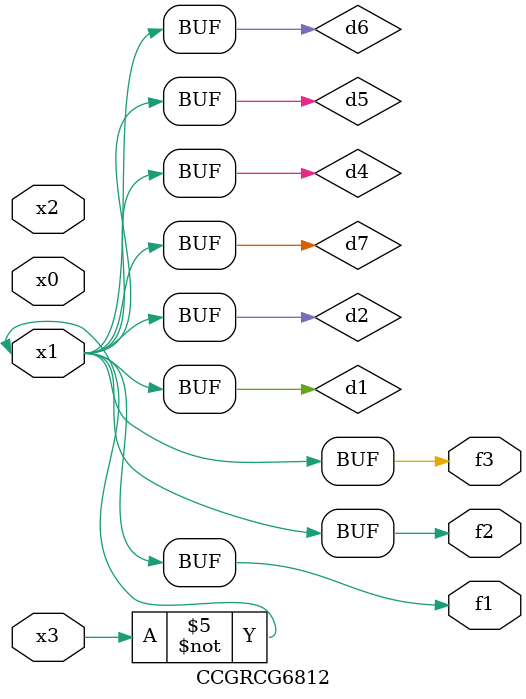
<source format=v>
module CCGRCG6812(
	input x0, x1, x2, x3,
	output f1, f2, f3
);

	wire d1, d2, d3, d4, d5, d6, d7;

	not (d1, x3);
	buf (d2, x1);
	xnor (d3, d1, d2);
	nor (d4, d1);
	buf (d5, d1, d2);
	buf (d6, d4, d5);
	nand (d7, d4);
	assign f1 = d6;
	assign f2 = d7;
	assign f3 = d6;
endmodule

</source>
